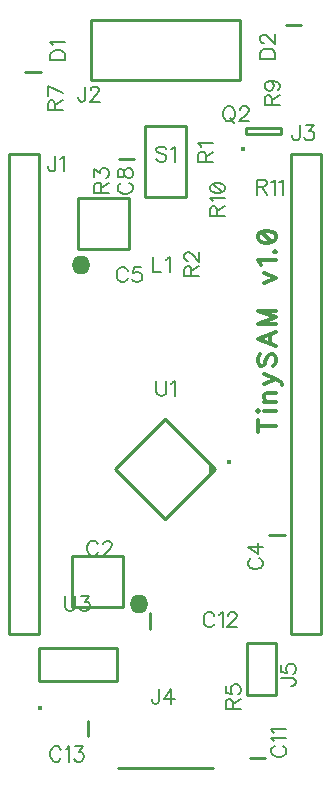
<source format=gbr>
G04 This is an RS-274x file exported by *
G04 gerbv version 2.6.1 *
G04 More information is available about gerbv at *
G04 http://gerbv.geda-project.org/ *
G04 --End of header info--*
%MOIN*%
%FSLAX34Y34*%
%IPPOS*%
%INTopSilk.gbr*%
G04 --Define apertures--*
%ADD10C,0.0098*%
%ADD11C,0.0157*%
%ADD12O,0.0625X0.0625*%
%ADD13O,0.0154X0.0154*%
%ADD14C,0.0077*%
%ADD15C,0.0131*%
G04 --Start main section--*
G54D10*
G01X0003890Y0007072D02*
G01X0002197Y0007072D01*
G01X0002197Y0007072D02*
G01X0002197Y0005380D01*
G01X0002197Y0005380D02*
G01X0003890Y0005380D01*
G01X0003890Y0005380D02*
G01X0003890Y0007072D01*
G54D12*
G01X0004419Y0005476D03*
G54D10*
G01X0008763Y0007804D02*
G01X0009274Y0007804D01*
G01X0004087Y0017323D02*
G01X0002394Y0017323D01*
G01X0002394Y0017323D02*
G01X0002394Y0019017D01*
G01X0002394Y0019017D02*
G01X0004087Y0019017D01*
G01X0004087Y0019017D02*
G01X0004087Y0017323D01*
G54D12*
G01X0002491Y0016795D03*
G54D10*
G01X0004266Y0020326D02*
G01X0003754Y0020326D01*
G01X0008626Y0000367D02*
G01X0008114Y0000367D01*
G01X0004791Y0004664D02*
G01X0004791Y0005176D01*
G01X0002736Y0001591D02*
G01X0002736Y0001080D01*
G01X0001146Y0023212D02*
G01X0000634Y0023212D01*
G01X0009314Y0024788D02*
G01X0009826Y0024788D01*
G01X0000100Y0004501D02*
G01X0001100Y0004501D01*
G01X0001100Y0004501D02*
G01X0001100Y0020499D01*
G01X0001100Y0020499D02*
G01X0000100Y0020499D01*
G01X0000100Y0020499D02*
G01X0000100Y0004501D01*
G01X0010500Y0020499D02*
G01X0009500Y0020499D01*
G01X0009500Y0020499D02*
G01X0009500Y0004501D01*
G01X0009500Y0004501D02*
G01X0010500Y0004501D01*
G01X0010500Y0004501D02*
G01X0010500Y0020499D01*
G01X0003725Y0000029D02*
G01X0006875Y0000029D01*
G01X0007790Y0022946D02*
G01X0007790Y0024954D01*
G01X0007790Y0024954D02*
G01X0002810Y0024954D01*
G01X0002810Y0024954D02*
G01X0002810Y0022946D01*
G01X0002810Y0022946D02*
G01X0007790Y0022946D01*
G01X0008975Y0002463D02*
G01X0008030Y0002463D01*
G01X0008030Y0002463D02*
G01X0008030Y0004195D01*
G01X0008030Y0004195D02*
G01X0008975Y0004195D01*
G01X0008975Y0004195D02*
G01X0008975Y0002463D01*
G54D13*
G01X0007887Y0020667D03*
G54D10*
G01X0007979Y0021168D02*
G01X0009160Y0021168D01*
G01X0009160Y0021168D02*
G01X0009160Y0021365D01*
G01X0009160Y0021365D02*
G01X0007979Y0021365D01*
G01X0007979Y0021365D02*
G01X0007979Y0021168D01*
G01X0004611Y0019050D02*
G01X0005989Y0019050D01*
G01X0005989Y0019050D02*
G01X0005989Y0021412D01*
G01X0005989Y0021412D02*
G01X0004611Y0021412D01*
G01X0004611Y0021412D02*
G01X0004611Y0019050D01*
G01X0006970Y0010000D02*
G01X0005300Y0008330D01*
G01X0005300Y0008330D02*
G01X0003630Y0010000D01*
G01X0003630Y0010000D02*
G01X0005300Y0011670D01*
G01X0005300Y0011670D02*
G01X0006970Y0010000D01*
G36*
G01X0006970Y0010000D02*
G01X0006748Y0010223D01*
G01X0006748Y0009777D01*
G01X0006970Y0010000D01*
G37*
G54D11*
G01X0007430Y0010209D03*
G54D13*
G01X0001111Y0002020D03*
G54D10*
G01X0001101Y0002913D02*
G01X0003700Y0002913D01*
G01X0001101Y0004015D02*
G01X0003700Y0004015D01*
G01X0003700Y0002913D02*
G01X0003700Y0004015D01*
G01X0001101Y0002913D02*
G01X0001101Y0004015D01*
G54D14*
G01X0003052Y0007475D02*
G01X0003028Y0007522D01*
G01X0003028Y0007522D02*
G01X0002980Y0007571D01*
G01X0002980Y0007571D02*
G01X0002933Y0007594D01*
G01X0002933Y0007594D02*
G01X0002837Y0007594D01*
G01X0002837Y0007594D02*
G01X0002789Y0007571D01*
G01X0002789Y0007571D02*
G01X0002741Y0007522D01*
G01X0002741Y0007522D02*
G01X0002717Y0007475D01*
G01X0002717Y0007475D02*
G01X0002693Y0007403D01*
G01X0002693Y0007403D02*
G01X0002693Y0007283D01*
G01X0002693Y0007283D02*
G01X0002717Y0007212D01*
G01X0002717Y0007212D02*
G01X0002741Y0007164D01*
G01X0002741Y0007164D02*
G01X0002789Y0007117D01*
G01X0002789Y0007117D02*
G01X0002837Y0007092D01*
G01X0002837Y0007092D02*
G01X0002933Y0007092D01*
G01X0002933Y0007092D02*
G01X0002980Y0007117D01*
G01X0002980Y0007117D02*
G01X0003028Y0007164D01*
G01X0003028Y0007164D02*
G01X0003052Y0007212D01*
G01X0003231Y0007474D02*
G01X0003231Y0007498D01*
G01X0003231Y0007498D02*
G01X0003254Y0007546D01*
G01X0003254Y0007546D02*
G01X0003278Y0007570D01*
G01X0003278Y0007570D02*
G01X0003326Y0007594D01*
G01X0003326Y0007594D02*
G01X0003422Y0007594D01*
G01X0003422Y0007594D02*
G01X0003469Y0007570D01*
G01X0003469Y0007570D02*
G01X0003493Y0007546D01*
G01X0003493Y0007546D02*
G01X0003517Y0007498D01*
G01X0003517Y0007498D02*
G01X0003517Y0007451D01*
G01X0003517Y0007451D02*
G01X0003493Y0007403D01*
G01X0003493Y0007403D02*
G01X0003446Y0007331D01*
G01X0003446Y0007331D02*
G01X0003206Y0007092D01*
G01X0003206Y0007092D02*
G01X0003541Y0007092D01*
G01X0008170Y0007008D02*
G01X0008123Y0006984D01*
G01X0008123Y0006984D02*
G01X0008075Y0006936D01*
G01X0008075Y0006936D02*
G01X0008051Y0006889D01*
G01X0008051Y0006889D02*
G01X0008051Y0006793D01*
G01X0008051Y0006793D02*
G01X0008075Y0006745D01*
G01X0008075Y0006745D02*
G01X0008123Y0006697D01*
G01X0008123Y0006697D02*
G01X0008170Y0006673D01*
G01X0008170Y0006673D02*
G01X0008243Y0006649D01*
G01X0008243Y0006649D02*
G01X0008362Y0006649D01*
G01X0008362Y0006649D02*
G01X0008433Y0006673D01*
G01X0008433Y0006673D02*
G01X0008482Y0006697D01*
G01X0008482Y0006697D02*
G01X0008529Y0006745D01*
G01X0008529Y0006745D02*
G01X0008554Y0006793D01*
G01X0008554Y0006793D02*
G01X0008554Y0006889D01*
G01X0008554Y0006889D02*
G01X0008529Y0006936D01*
G01X0008529Y0006936D02*
G01X0008482Y0006984D01*
G01X0008482Y0006984D02*
G01X0008433Y0007008D01*
G01X0008554Y0007402D02*
G01X0008052Y0007402D01*
G01X0008052Y0007402D02*
G01X0008386Y0007162D01*
G01X0008386Y0007162D02*
G01X0008386Y0007521D01*
G01X0004039Y0016602D02*
G01X0004015Y0016650D01*
G01X0004015Y0016650D02*
G01X0003967Y0016698D01*
G01X0003967Y0016698D02*
G01X0003920Y0016721D01*
G01X0003920Y0016721D02*
G01X0003824Y0016721D01*
G01X0003824Y0016721D02*
G01X0003776Y0016698D01*
G01X0003776Y0016698D02*
G01X0003728Y0016650D01*
G01X0003728Y0016650D02*
G01X0003704Y0016602D01*
G01X0003704Y0016602D02*
G01X0003680Y0016530D01*
G01X0003680Y0016530D02*
G01X0003680Y0016410D01*
G01X0003680Y0016410D02*
G01X0003704Y0016339D01*
G01X0003704Y0016339D02*
G01X0003728Y0016291D01*
G01X0003728Y0016291D02*
G01X0003776Y0016243D01*
G01X0003776Y0016243D02*
G01X0003824Y0016219D01*
G01X0003824Y0016219D02*
G01X0003920Y0016219D01*
G01X0003920Y0016219D02*
G01X0003967Y0016243D01*
G01X0003967Y0016243D02*
G01X0004015Y0016291D01*
G01X0004015Y0016291D02*
G01X0004039Y0016339D01*
G01X0004480Y0016721D02*
G01X0004241Y0016721D01*
G01X0004241Y0016721D02*
G01X0004218Y0016506D01*
G01X0004218Y0016506D02*
G01X0004241Y0016530D01*
G01X0004241Y0016530D02*
G01X0004313Y0016554D01*
G01X0004313Y0016554D02*
G01X0004385Y0016554D01*
G01X0004385Y0016554D02*
G01X0004457Y0016530D01*
G01X0004457Y0016530D02*
G01X0004505Y0016482D01*
G01X0004505Y0016482D02*
G01X0004528Y0016410D01*
G01X0004528Y0016410D02*
G01X0004528Y0016363D01*
G01X0004528Y0016363D02*
G01X0004505Y0016291D01*
G01X0004505Y0016291D02*
G01X0004457Y0016243D01*
G01X0004457Y0016243D02*
G01X0004385Y0016219D01*
G01X0004385Y0016219D02*
G01X0004313Y0016219D01*
G01X0004313Y0016219D02*
G01X0004241Y0016243D01*
G01X0004241Y0016243D02*
G01X0004218Y0016267D01*
G01X0004218Y0016267D02*
G01X0004193Y0016315D01*
G01X0003833Y0019528D02*
G01X0003785Y0019504D01*
G01X0003785Y0019504D02*
G01X0003737Y0019456D01*
G01X0003737Y0019456D02*
G01X0003714Y0019409D01*
G01X0003714Y0019409D02*
G01X0003714Y0019313D01*
G01X0003714Y0019313D02*
G01X0003737Y0019265D01*
G01X0003737Y0019265D02*
G01X0003785Y0019217D01*
G01X0003785Y0019217D02*
G01X0003833Y0019193D01*
G01X0003833Y0019193D02*
G01X0003905Y0019169D01*
G01X0003905Y0019169D02*
G01X0004025Y0019169D01*
G01X0004025Y0019169D02*
G01X0004096Y0019193D01*
G01X0004096Y0019193D02*
G01X0004144Y0019217D01*
G01X0004144Y0019217D02*
G01X0004192Y0019265D01*
G01X0004192Y0019265D02*
G01X0004216Y0019313D01*
G01X0004216Y0019313D02*
G01X0004216Y0019409D01*
G01X0004216Y0019409D02*
G01X0004192Y0019456D01*
G01X0004192Y0019456D02*
G01X0004144Y0019504D01*
G01X0004144Y0019504D02*
G01X0004096Y0019528D01*
G01X0003714Y0019802D02*
G01X0003738Y0019730D01*
G01X0003738Y0019730D02*
G01X0003785Y0019706D01*
G01X0003785Y0019706D02*
G01X0003834Y0019706D01*
G01X0003834Y0019706D02*
G01X0003881Y0019730D01*
G01X0003881Y0019730D02*
G01X0003906Y0019778D01*
G01X0003906Y0019778D02*
G01X0003929Y0019874D01*
G01X0003929Y0019874D02*
G01X0003953Y0019945D01*
G01X0003953Y0019945D02*
G01X0004001Y0019993D01*
G01X0004001Y0019993D02*
G01X0004049Y0020017D01*
G01X0004049Y0020017D02*
G01X0004120Y0020017D01*
G01X0004120Y0020017D02*
G01X0004168Y0019993D01*
G01X0004168Y0019993D02*
G01X0004193Y0019969D01*
G01X0004193Y0019969D02*
G01X0004216Y0019897D01*
G01X0004216Y0019897D02*
G01X0004216Y0019802D01*
G01X0004216Y0019802D02*
G01X0004193Y0019730D01*
G01X0004193Y0019730D02*
G01X0004168Y0019706D01*
G01X0004168Y0019706D02*
G01X0004120Y0019682D01*
G01X0004120Y0019682D02*
G01X0004049Y0019682D01*
G01X0004049Y0019682D02*
G01X0004001Y0019706D01*
G01X0004001Y0019706D02*
G01X0003953Y0019754D01*
G01X0003953Y0019754D02*
G01X0003929Y0019826D01*
G01X0003929Y0019826D02*
G01X0003906Y0019921D01*
G01X0003906Y0019921D02*
G01X0003881Y0019969D01*
G01X0003881Y0019969D02*
G01X0003834Y0019993D01*
G01X0003834Y0019993D02*
G01X0003785Y0019993D01*
G01X0003785Y0019993D02*
G01X0003738Y0019969D01*
G01X0003738Y0019969D02*
G01X0003714Y0019897D01*
G01X0003714Y0019897D02*
G01X0003714Y0019802D01*
G01X0008952Y0000760D02*
G01X0008904Y0000737D01*
G01X0008904Y0000737D02*
G01X0008856Y0000688D01*
G01X0008856Y0000688D02*
G01X0008833Y0000641D01*
G01X0008833Y0000641D02*
G01X0008833Y0000545D01*
G01X0008833Y0000545D02*
G01X0008856Y0000497D01*
G01X0008856Y0000497D02*
G01X0008904Y0000450D01*
G01X0008904Y0000450D02*
G01X0008952Y0000425D01*
G01X0008952Y0000425D02*
G01X0009024Y0000402D01*
G01X0009024Y0000402D02*
G01X0009144Y0000402D01*
G01X0009144Y0000402D02*
G01X0009215Y0000425D01*
G01X0009215Y0000425D02*
G01X0009263Y0000450D01*
G01X0009263Y0000450D02*
G01X0009311Y0000497D01*
G01X0009311Y0000497D02*
G01X0009335Y0000545D01*
G01X0009335Y0000545D02*
G01X0009335Y0000641D01*
G01X0009335Y0000641D02*
G01X0009311Y0000688D01*
G01X0009311Y0000688D02*
G01X0009263Y0000737D01*
G01X0009263Y0000737D02*
G01X0009215Y0000760D01*
G01X0008929Y0000915D02*
G01X0008904Y0000963D01*
G01X0008904Y0000963D02*
G01X0008833Y0001035D01*
G01X0008833Y0001035D02*
G01X0009335Y0001035D01*
G01X0008929Y0001189D02*
G01X0008904Y0001237D01*
G01X0008904Y0001237D02*
G01X0008833Y0001309D01*
G01X0008833Y0001309D02*
G01X0009335Y0001309D01*
G01X0006932Y0005098D02*
G01X0006908Y0005146D01*
G01X0006908Y0005146D02*
G01X0006860Y0005194D01*
G01X0006860Y0005194D02*
G01X0006813Y0005218D01*
G01X0006813Y0005218D02*
G01X0006717Y0005218D01*
G01X0006717Y0005218D02*
G01X0006669Y0005194D01*
G01X0006669Y0005194D02*
G01X0006622Y0005146D01*
G01X0006622Y0005146D02*
G01X0006597Y0005098D01*
G01X0006597Y0005098D02*
G01X0006573Y0005026D01*
G01X0006573Y0005026D02*
G01X0006573Y0004907D01*
G01X0006573Y0004907D02*
G01X0006597Y0004835D01*
G01X0006597Y0004835D02*
G01X0006622Y0004787D01*
G01X0006622Y0004787D02*
G01X0006669Y0004740D01*
G01X0006669Y0004740D02*
G01X0006717Y0004715D01*
G01X0006717Y0004715D02*
G01X0006813Y0004715D01*
G01X0006813Y0004715D02*
G01X0006860Y0004740D01*
G01X0006860Y0004740D02*
G01X0006908Y0004787D01*
G01X0006908Y0004787D02*
G01X0006932Y0004835D01*
G01X0007087Y0005122D02*
G01X0007135Y0005146D01*
G01X0007135Y0005146D02*
G01X0007206Y0005217D01*
G01X0007206Y0005217D02*
G01X0007206Y0004715D01*
G01X0007385Y0005098D02*
G01X0007385Y0005122D01*
G01X0007385Y0005122D02*
G01X0007409Y0005170D01*
G01X0007409Y0005170D02*
G01X0007433Y0005193D01*
G01X0007433Y0005193D02*
G01X0007481Y0005217D01*
G01X0007481Y0005217D02*
G01X0007576Y0005217D01*
G01X0007576Y0005217D02*
G01X0007624Y0005193D01*
G01X0007624Y0005193D02*
G01X0007648Y0005170D01*
G01X0007648Y0005170D02*
G01X0007672Y0005122D01*
G01X0007672Y0005122D02*
G01X0007672Y0005074D01*
G01X0007672Y0005074D02*
G01X0007648Y0005026D01*
G01X0007648Y0005026D02*
G01X0007600Y0004955D01*
G01X0007600Y0004955D02*
G01X0007361Y0004715D01*
G01X0007361Y0004715D02*
G01X0007696Y0004715D01*
G01X0001825Y0000619D02*
G01X0001801Y0000667D01*
G01X0001801Y0000667D02*
G01X0001753Y0000715D01*
G01X0001753Y0000715D02*
G01X0001706Y0000738D01*
G01X0001706Y0000738D02*
G01X0001610Y0000738D01*
G01X0001610Y0000738D02*
G01X0001562Y0000715D01*
G01X0001562Y0000715D02*
G01X0001514Y0000667D01*
G01X0001514Y0000667D02*
G01X0001490Y0000619D01*
G01X0001490Y0000619D02*
G01X0001466Y0000547D01*
G01X0001466Y0000547D02*
G01X0001466Y0000427D01*
G01X0001466Y0000427D02*
G01X0001490Y0000356D01*
G01X0001490Y0000356D02*
G01X0001514Y0000308D01*
G01X0001514Y0000308D02*
G01X0001562Y0000260D01*
G01X0001562Y0000260D02*
G01X0001610Y0000236D01*
G01X0001610Y0000236D02*
G01X0001706Y0000236D01*
G01X0001706Y0000236D02*
G01X0001753Y0000260D01*
G01X0001753Y0000260D02*
G01X0001801Y0000308D01*
G01X0001801Y0000308D02*
G01X0001825Y0000356D01*
G01X0001979Y0000642D02*
G01X0002028Y0000667D01*
G01X0002028Y0000667D02*
G01X0002099Y0000738D01*
G01X0002099Y0000738D02*
G01X0002099Y0000236D01*
G01X0002302Y0000738D02*
G01X0002564Y0000738D01*
G01X0002564Y0000738D02*
G01X0002421Y0000546D01*
G01X0002421Y0000546D02*
G01X0002493Y0000546D01*
G01X0002493Y0000546D02*
G01X0002541Y0000523D01*
G01X0002541Y0000523D02*
G01X0002564Y0000499D01*
G01X0002564Y0000499D02*
G01X0002589Y0000427D01*
G01X0002589Y0000427D02*
G01X0002589Y0000380D01*
G01X0002589Y0000380D02*
G01X0002564Y0000308D01*
G01X0002564Y0000308D02*
G01X0002517Y0000260D01*
G01X0002517Y0000260D02*
G01X0002445Y0000236D01*
G01X0002445Y0000236D02*
G01X0002373Y0000236D01*
G01X0002373Y0000236D02*
G01X0002302Y0000260D01*
G01X0002302Y0000260D02*
G01X0002278Y0000284D01*
G01X0002278Y0000284D02*
G01X0002254Y0000331D01*
G01X0001463Y0023617D02*
G01X0001965Y0023617D01*
G01X0001965Y0023617D02*
G01X0001965Y0023784D01*
G01X0001965Y0023784D02*
G01X0001941Y0023856D01*
G01X0001941Y0023856D02*
G01X0001893Y0023904D01*
G01X0001893Y0023904D02*
G01X0001845Y0023928D01*
G01X0001845Y0023928D02*
G01X0001774Y0023952D01*
G01X0001774Y0023952D02*
G01X0001654Y0023952D01*
G01X0001654Y0023952D02*
G01X0001582Y0023928D01*
G01X0001582Y0023928D02*
G01X0001534Y0023904D01*
G01X0001534Y0023904D02*
G01X0001486Y0023856D01*
G01X0001486Y0023856D02*
G01X0001463Y0023784D01*
G01X0001463Y0023784D02*
G01X0001463Y0023617D01*
G01X0001559Y0024106D02*
G01X0001534Y0024154D01*
G01X0001534Y0024154D02*
G01X0001463Y0024226D01*
G01X0001463Y0024226D02*
G01X0001965Y0024226D01*
G01X0008457Y0023667D02*
G01X0008960Y0023667D01*
G01X0008960Y0023667D02*
G01X0008960Y0023834D01*
G01X0008960Y0023834D02*
G01X0008935Y0023906D01*
G01X0008935Y0023906D02*
G01X0008888Y0023954D01*
G01X0008888Y0023954D02*
G01X0008840Y0023978D01*
G01X0008840Y0023978D02*
G01X0008769Y0024002D01*
G01X0008769Y0024002D02*
G01X0008649Y0024002D01*
G01X0008649Y0024002D02*
G01X0008577Y0023978D01*
G01X0008577Y0023978D02*
G01X0008530Y0023954D01*
G01X0008530Y0023954D02*
G01X0008481Y0023906D01*
G01X0008481Y0023906D02*
G01X0008457Y0023834D01*
G01X0008457Y0023834D02*
G01X0008457Y0023667D01*
G01X0008578Y0024180D02*
G01X0008554Y0024180D01*
G01X0008554Y0024180D02*
G01X0008506Y0024204D01*
G01X0008506Y0024204D02*
G01X0008482Y0024228D01*
G01X0008482Y0024228D02*
G01X0008458Y0024276D01*
G01X0008458Y0024276D02*
G01X0008458Y0024372D01*
G01X0008458Y0024372D02*
G01X0008482Y0024419D01*
G01X0008482Y0024419D02*
G01X0008506Y0024443D01*
G01X0008506Y0024443D02*
G01X0008554Y0024467D01*
G01X0008554Y0024467D02*
G01X0008601Y0024467D01*
G01X0008601Y0024467D02*
G01X0008649Y0024443D01*
G01X0008649Y0024443D02*
G01X0008720Y0024395D01*
G01X0008720Y0024395D02*
G01X0008960Y0024156D01*
G01X0008960Y0024156D02*
G01X0008960Y0024491D01*
G01X0001638Y0020410D02*
G01X0001638Y0020028D01*
G01X0001638Y0020028D02*
G01X0001614Y0019956D01*
G01X0001614Y0019956D02*
G01X0001590Y0019932D01*
G01X0001590Y0019932D02*
G01X0001542Y0019908D01*
G01X0001542Y0019908D02*
G01X0001494Y0019908D01*
G01X0001494Y0019908D02*
G01X0001447Y0019932D01*
G01X0001447Y0019932D02*
G01X0001423Y0019956D01*
G01X0001423Y0019956D02*
G01X0001398Y0020028D01*
G01X0001398Y0020028D02*
G01X0001398Y0020075D01*
G01X0001792Y0020314D02*
G01X0001841Y0020338D01*
G01X0001841Y0020338D02*
G01X0001912Y0020409D01*
G01X0001912Y0020409D02*
G01X0001912Y0019908D01*
G01X0009777Y0021448D02*
G01X0009777Y0021065D01*
G01X0009777Y0021065D02*
G01X0009753Y0020994D01*
G01X0009753Y0020994D02*
G01X0009729Y0020970D01*
G01X0009729Y0020970D02*
G01X0009681Y0020946D01*
G01X0009681Y0020946D02*
G01X0009633Y0020946D01*
G01X0009633Y0020946D02*
G01X0009585Y0020970D01*
G01X0009585Y0020970D02*
G01X0009562Y0020994D01*
G01X0009562Y0020994D02*
G01X0009537Y0021065D01*
G01X0009537Y0021065D02*
G01X0009537Y0021113D01*
G01X0009979Y0021447D02*
G01X0010242Y0021447D01*
G01X0010242Y0021447D02*
G01X0010099Y0021256D01*
G01X0010099Y0021256D02*
G01X0010170Y0021256D01*
G01X0010170Y0021256D02*
G01X0010218Y0021232D01*
G01X0010218Y0021232D02*
G01X0010242Y0021209D01*
G01X0010242Y0021209D02*
G01X0010266Y0021137D01*
G01X0010266Y0021137D02*
G01X0010266Y0021089D01*
G01X0010266Y0021089D02*
G01X0010242Y0021017D01*
G01X0010242Y0021017D02*
G01X0010194Y0020969D01*
G01X0010194Y0020969D02*
G01X0010122Y0020946D01*
G01X0010122Y0020946D02*
G01X0010050Y0020946D01*
G01X0010050Y0020946D02*
G01X0009979Y0020969D01*
G01X0009979Y0020969D02*
G01X0009956Y0020994D01*
G01X0009956Y0020994D02*
G01X0009931Y0021041D01*
G01X0005093Y0002651D02*
G01X0005093Y0002269D01*
G01X0005093Y0002269D02*
G01X0005069Y0002197D01*
G01X0005069Y0002197D02*
G01X0005045Y0002173D01*
G01X0005045Y0002173D02*
G01X0004998Y0002149D01*
G01X0004998Y0002149D02*
G01X0004950Y0002149D01*
G01X0004950Y0002149D02*
G01X0004902Y0002173D01*
G01X0004902Y0002173D02*
G01X0004878Y0002197D01*
G01X0004878Y0002197D02*
G01X0004854Y0002269D01*
G01X0004854Y0002269D02*
G01X0004854Y0002316D01*
G01X0005487Y0002149D02*
G01X0005487Y0002650D01*
G01X0005487Y0002650D02*
G01X0005248Y0002316D01*
G01X0005248Y0002316D02*
G01X0005606Y0002316D01*
G01X0002630Y0022736D02*
G01X0002630Y0022354D01*
G01X0002630Y0022354D02*
G01X0002606Y0022282D01*
G01X0002606Y0022282D02*
G01X0002582Y0022258D01*
G01X0002582Y0022258D02*
G01X0002534Y0022234D01*
G01X0002534Y0022234D02*
G01X0002486Y0022234D01*
G01X0002486Y0022234D02*
G01X0002439Y0022258D01*
G01X0002439Y0022258D02*
G01X0002415Y0022282D01*
G01X0002415Y0022282D02*
G01X0002391Y0022354D01*
G01X0002391Y0022354D02*
G01X0002391Y0022401D01*
G01X0002809Y0022616D02*
G01X0002809Y0022640D01*
G01X0002809Y0022640D02*
G01X0002832Y0022688D01*
G01X0002832Y0022688D02*
G01X0002856Y0022712D01*
G01X0002856Y0022712D02*
G01X0002904Y0022735D01*
G01X0002904Y0022735D02*
G01X0003000Y0022735D01*
G01X0003000Y0022735D02*
G01X0003047Y0022712D01*
G01X0003047Y0022712D02*
G01X0003071Y0022688D01*
G01X0003071Y0022688D02*
G01X0003096Y0022640D01*
G01X0003096Y0022640D02*
G01X0003096Y0022593D01*
G01X0003096Y0022593D02*
G01X0003071Y0022544D01*
G01X0003071Y0022544D02*
G01X0003024Y0022473D01*
G01X0003024Y0022473D02*
G01X0002784Y0022234D01*
G01X0002784Y0022234D02*
G01X0003119Y0022234D01*
G01X0004882Y0017047D02*
G01X0004882Y0016545D01*
G01X0004882Y0016545D02*
G01X0005169Y0016545D01*
G01X0005323Y0016951D02*
G01X0005371Y0016976D01*
G01X0005371Y0016976D02*
G01X0005443Y0017047D01*
G01X0005443Y0017047D02*
G01X0005443Y0016545D01*
G01X0009156Y0003009D02*
G01X0009538Y0003009D01*
G01X0009538Y0003009D02*
G01X0009610Y0002985D01*
G01X0009610Y0002985D02*
G01X0009633Y0002961D01*
G01X0009633Y0002961D02*
G01X0009658Y0002913D01*
G01X0009658Y0002913D02*
G01X0009658Y0002865D01*
G01X0009658Y0002865D02*
G01X0009633Y0002818D01*
G01X0009633Y0002818D02*
G01X0009610Y0002794D01*
G01X0009610Y0002794D02*
G01X0009538Y0002770D01*
G01X0009538Y0002770D02*
G01X0009490Y0002770D01*
G01X0009156Y0003450D02*
G01X0009156Y0003211D01*
G01X0009156Y0003211D02*
G01X0009371Y0003188D01*
G01X0009371Y0003188D02*
G01X0009347Y0003211D01*
G01X0009347Y0003211D02*
G01X0009323Y0003283D01*
G01X0009323Y0003283D02*
G01X0009323Y0003355D01*
G01X0009323Y0003355D02*
G01X0009347Y0003427D01*
G01X0009347Y0003427D02*
G01X0009394Y0003475D01*
G01X0009394Y0003475D02*
G01X0009467Y0003498D01*
G01X0009467Y0003498D02*
G01X0009514Y0003498D01*
G01X0009514Y0003498D02*
G01X0009586Y0003475D01*
G01X0009586Y0003475D02*
G01X0009634Y0003427D01*
G01X0009634Y0003427D02*
G01X0009658Y0003355D01*
G01X0009658Y0003355D02*
G01X0009658Y0003283D01*
G01X0009658Y0003283D02*
G01X0009634Y0003211D01*
G01X0009634Y0003211D02*
G01X0009610Y0003188D01*
G01X0009610Y0003188D02*
G01X0009562Y0003163D01*
G01X0007372Y0022079D02*
G01X0007325Y0022056D01*
G01X0007325Y0022056D02*
G01X0007276Y0022008D01*
G01X0007276Y0022008D02*
G01X0007253Y0021960D01*
G01X0007253Y0021960D02*
G01X0007228Y0021888D01*
G01X0007228Y0021888D02*
G01X0007228Y0021769D01*
G01X0007228Y0021769D02*
G01X0007253Y0021697D01*
G01X0007253Y0021697D02*
G01X0007276Y0021649D01*
G01X0007276Y0021649D02*
G01X0007325Y0021601D01*
G01X0007325Y0021601D02*
G01X0007372Y0021578D01*
G01X0007372Y0021578D02*
G01X0007468Y0021578D01*
G01X0007468Y0021578D02*
G01X0007516Y0021601D01*
G01X0007516Y0021601D02*
G01X0007563Y0021649D01*
G01X0007563Y0021649D02*
G01X0007587Y0021697D01*
G01X0007587Y0021697D02*
G01X0007611Y0021769D01*
G01X0007611Y0021769D02*
G01X0007611Y0021888D01*
G01X0007611Y0021888D02*
G01X0007587Y0021960D01*
G01X0007587Y0021960D02*
G01X0007563Y0022008D01*
G01X0007563Y0022008D02*
G01X0007516Y0022056D01*
G01X0007516Y0022056D02*
G01X0007468Y0022079D01*
G01X0007468Y0022079D02*
G01X0007372Y0022079D01*
G01X0007444Y0021673D02*
G01X0007587Y0021529D01*
G01X0007790Y0021959D02*
G01X0007790Y0021983D01*
G01X0007790Y0021983D02*
G01X0007814Y0022031D01*
G01X0007814Y0022031D02*
G01X0007838Y0022055D01*
G01X0007838Y0022055D02*
G01X0007886Y0022079D01*
G01X0007886Y0022079D02*
G01X0007981Y0022079D01*
G01X0007981Y0022079D02*
G01X0008029Y0022055D01*
G01X0008029Y0022055D02*
G01X0008053Y0022031D01*
G01X0008053Y0022031D02*
G01X0008077Y0021983D01*
G01X0008077Y0021983D02*
G01X0008077Y0021935D01*
G01X0008077Y0021935D02*
G01X0008053Y0021887D01*
G01X0008053Y0021887D02*
G01X0008005Y0021816D01*
G01X0008005Y0021816D02*
G01X0007766Y0021577D01*
G01X0007766Y0021577D02*
G01X0008101Y0021577D01*
G01X0006169Y0016410D02*
G01X0006169Y0016625D01*
G01X0006169Y0016625D02*
G01X0006145Y0016697D01*
G01X0006145Y0016697D02*
G01X0006121Y0016721D01*
G01X0006121Y0016721D02*
G01X0006074Y0016745D01*
G01X0006074Y0016745D02*
G01X0006026Y0016745D01*
G01X0006026Y0016745D02*
G01X0005978Y0016721D01*
G01X0005978Y0016721D02*
G01X0005954Y0016697D01*
G01X0005954Y0016697D02*
G01X0005930Y0016625D01*
G01X0005930Y0016625D02*
G01X0005930Y0016410D01*
G01X0005930Y0016410D02*
G01X0006432Y0016410D01*
G01X0006169Y0016578D02*
G01X0006432Y0016745D01*
G01X0006050Y0016924D02*
G01X0006026Y0016924D01*
G01X0006026Y0016924D02*
G01X0005978Y0016948D01*
G01X0005978Y0016948D02*
G01X0005954Y0016971D01*
G01X0005954Y0016971D02*
G01X0005931Y0017019D01*
G01X0005931Y0017019D02*
G01X0005931Y0017115D01*
G01X0005931Y0017115D02*
G01X0005954Y0017163D01*
G01X0005954Y0017163D02*
G01X0005978Y0017186D01*
G01X0005978Y0017186D02*
G01X0006026Y0017211D01*
G01X0006026Y0017211D02*
G01X0006074Y0017211D01*
G01X0006074Y0017211D02*
G01X0006122Y0017186D01*
G01X0006122Y0017186D02*
G01X0006193Y0017139D01*
G01X0006193Y0017139D02*
G01X0006432Y0016900D01*
G01X0006432Y0016900D02*
G01X0006432Y0017235D01*
G01X0003165Y0019199D02*
G01X0003165Y0019414D01*
G01X0003165Y0019414D02*
G01X0003141Y0019485D01*
G01X0003141Y0019485D02*
G01X0003117Y0019510D01*
G01X0003117Y0019510D02*
G01X0003069Y0019533D01*
G01X0003069Y0019533D02*
G01X0003021Y0019533D01*
G01X0003021Y0019533D02*
G01X0002974Y0019510D01*
G01X0002974Y0019510D02*
G01X0002949Y0019485D01*
G01X0002949Y0019485D02*
G01X0002926Y0019414D01*
G01X0002926Y0019414D02*
G01X0002926Y0019199D01*
G01X0002926Y0019199D02*
G01X0003428Y0019199D01*
G01X0003165Y0019366D02*
G01X0003428Y0019533D01*
G01X0002926Y0019736D02*
G01X0002926Y0019998D01*
G01X0002926Y0019998D02*
G01X0003117Y0019856D01*
G01X0003117Y0019856D02*
G01X0003117Y0019927D01*
G01X0003117Y0019927D02*
G01X0003141Y0019975D01*
G01X0003141Y0019975D02*
G01X0003165Y0019998D01*
G01X0003165Y0019998D02*
G01X0003237Y0020023D01*
G01X0003237Y0020023D02*
G01X0003284Y0020023D01*
G01X0003284Y0020023D02*
G01X0003356Y0019998D01*
G01X0003356Y0019998D02*
G01X0003404Y0019951D01*
G01X0003404Y0019951D02*
G01X0003428Y0019879D01*
G01X0003428Y0019879D02*
G01X0003428Y0019807D01*
G01X0003428Y0019807D02*
G01X0003404Y0019736D01*
G01X0003404Y0019736D02*
G01X0003380Y0019712D01*
G01X0003380Y0019712D02*
G01X0003332Y0019688D01*
G01X0007552Y0001984D02*
G01X0007552Y0002199D01*
G01X0007552Y0002199D02*
G01X0007528Y0002271D01*
G01X0007528Y0002271D02*
G01X0007504Y0002295D01*
G01X0007504Y0002295D02*
G01X0007456Y0002319D01*
G01X0007456Y0002319D02*
G01X0007408Y0002319D01*
G01X0007408Y0002319D02*
G01X0007361Y0002295D01*
G01X0007361Y0002295D02*
G01X0007336Y0002271D01*
G01X0007336Y0002271D02*
G01X0007313Y0002199D01*
G01X0007313Y0002199D02*
G01X0007313Y0001984D01*
G01X0007313Y0001984D02*
G01X0007815Y0001984D01*
G01X0007552Y0002151D02*
G01X0007815Y0002319D01*
G01X0007313Y0002760D02*
G01X0007313Y0002521D01*
G01X0007313Y0002521D02*
G01X0007528Y0002498D01*
G01X0007528Y0002498D02*
G01X0007504Y0002521D01*
G01X0007504Y0002521D02*
G01X0007480Y0002593D01*
G01X0007480Y0002593D02*
G01X0007480Y0002665D01*
G01X0007480Y0002665D02*
G01X0007504Y0002736D01*
G01X0007504Y0002736D02*
G01X0007552Y0002784D01*
G01X0007552Y0002784D02*
G01X0007624Y0002808D01*
G01X0007624Y0002808D02*
G01X0007671Y0002808D01*
G01X0007671Y0002808D02*
G01X0007743Y0002784D01*
G01X0007743Y0002784D02*
G01X0007791Y0002736D01*
G01X0007791Y0002736D02*
G01X0007815Y0002665D01*
G01X0007815Y0002665D02*
G01X0007815Y0002593D01*
G01X0007815Y0002593D02*
G01X0007791Y0002521D01*
G01X0007791Y0002521D02*
G01X0007767Y0002498D01*
G01X0007767Y0002498D02*
G01X0007719Y0002473D01*
G01X0001628Y0021941D02*
G01X0001628Y0022156D01*
G01X0001628Y0022156D02*
G01X0001604Y0022228D01*
G01X0001604Y0022228D02*
G01X0001580Y0022252D01*
G01X0001580Y0022252D02*
G01X0001532Y0022276D01*
G01X0001532Y0022276D02*
G01X0001484Y0022276D01*
G01X0001484Y0022276D02*
G01X0001437Y0022252D01*
G01X0001437Y0022252D02*
G01X0001412Y0022228D01*
G01X0001412Y0022228D02*
G01X0001389Y0022156D01*
G01X0001389Y0022156D02*
G01X0001389Y0021941D01*
G01X0001389Y0021941D02*
G01X0001891Y0021941D01*
G01X0001628Y0022108D02*
G01X0001891Y0022276D01*
G01X0001891Y0022526D02*
G01X0001389Y0022765D01*
G01X0001389Y0022765D02*
G01X0001389Y0022430D01*
G01X0008852Y0022114D02*
G01X0008852Y0022329D01*
G01X0008852Y0022329D02*
G01X0008828Y0022401D01*
G01X0008828Y0022401D02*
G01X0008804Y0022425D01*
G01X0008804Y0022425D02*
G01X0008756Y0022449D01*
G01X0008756Y0022449D02*
G01X0008708Y0022449D01*
G01X0008708Y0022449D02*
G01X0008661Y0022425D01*
G01X0008661Y0022425D02*
G01X0008636Y0022401D01*
G01X0008636Y0022401D02*
G01X0008613Y0022329D01*
G01X0008613Y0022329D02*
G01X0008613Y0022114D01*
G01X0008613Y0022114D02*
G01X0009115Y0022114D01*
G01X0008852Y0022281D02*
G01X0009115Y0022449D01*
G01X0008780Y0022914D02*
G01X0008852Y0022890D01*
G01X0008852Y0022890D02*
G01X0008900Y0022843D01*
G01X0008900Y0022843D02*
G01X0008924Y0022770D01*
G01X0008924Y0022770D02*
G01X0008924Y0022747D01*
G01X0008924Y0022747D02*
G01X0008900Y0022675D01*
G01X0008900Y0022675D02*
G01X0008852Y0022628D01*
G01X0008852Y0022628D02*
G01X0008780Y0022603D01*
G01X0008780Y0022603D02*
G01X0008756Y0022603D01*
G01X0008756Y0022603D02*
G01X0008684Y0022628D01*
G01X0008684Y0022628D02*
G01X0008637Y0022675D01*
G01X0008637Y0022675D02*
G01X0008613Y0022747D01*
G01X0008613Y0022747D02*
G01X0008613Y0022770D01*
G01X0008613Y0022770D02*
G01X0008637Y0022843D01*
G01X0008637Y0022843D02*
G01X0008684Y0022890D01*
G01X0008684Y0022890D02*
G01X0008780Y0022914D01*
G01X0008780Y0022914D02*
G01X0008900Y0022914D01*
G01X0008900Y0022914D02*
G01X0009019Y0022890D01*
G01X0009019Y0022890D02*
G01X0009091Y0022843D01*
G01X0009091Y0022843D02*
G01X0009115Y0022770D01*
G01X0009115Y0022770D02*
G01X0009115Y0022723D01*
G01X0009115Y0022723D02*
G01X0009091Y0022651D01*
G01X0009091Y0022651D02*
G01X0009043Y0022628D01*
G01X0007024Y0018421D02*
G01X0007024Y0018636D01*
G01X0007024Y0018636D02*
G01X0007000Y0018708D01*
G01X0007000Y0018708D02*
G01X0006976Y0018732D01*
G01X0006976Y0018732D02*
G01X0006928Y0018756D01*
G01X0006928Y0018756D02*
G01X0006880Y0018756D01*
G01X0006880Y0018756D02*
G01X0006833Y0018732D01*
G01X0006833Y0018732D02*
G01X0006808Y0018708D01*
G01X0006808Y0018708D02*
G01X0006785Y0018636D01*
G01X0006785Y0018636D02*
G01X0006785Y0018421D01*
G01X0006785Y0018421D02*
G01X0007287Y0018421D01*
G01X0007024Y0018589D02*
G01X0007287Y0018756D01*
G01X0006881Y0018911D02*
G01X0006856Y0018959D01*
G01X0006856Y0018959D02*
G01X0006785Y0019030D01*
G01X0006785Y0019030D02*
G01X0007287Y0019030D01*
G01X0006785Y0019328D02*
G01X0006809Y0019257D01*
G01X0006809Y0019257D02*
G01X0006881Y0019209D01*
G01X0006881Y0019209D02*
G01X0007000Y0019185D01*
G01X0007000Y0019185D02*
G01X0007072Y0019185D01*
G01X0007072Y0019185D02*
G01X0007191Y0019209D01*
G01X0007191Y0019209D02*
G01X0007263Y0019257D01*
G01X0007263Y0019257D02*
G01X0007287Y0019328D01*
G01X0007287Y0019328D02*
G01X0007287Y0019376D01*
G01X0007287Y0019376D02*
G01X0007263Y0019448D01*
G01X0007263Y0019448D02*
G01X0007191Y0019495D01*
G01X0007191Y0019495D02*
G01X0007072Y0019520D01*
G01X0007072Y0019520D02*
G01X0007000Y0019520D01*
G01X0007000Y0019520D02*
G01X0006881Y0019495D01*
G01X0006881Y0019495D02*
G01X0006809Y0019448D01*
G01X0006809Y0019448D02*
G01X0006785Y0019376D01*
G01X0006785Y0019376D02*
G01X0006785Y0019328D01*
G01X0006881Y0019495D02*
G01X0007191Y0019209D01*
G01X0008339Y0019396D02*
G01X0008554Y0019396D01*
G01X0008554Y0019396D02*
G01X0008626Y0019420D01*
G01X0008626Y0019420D02*
G01X0008651Y0019444D01*
G01X0008651Y0019444D02*
G01X0008674Y0019492D01*
G01X0008674Y0019492D02*
G01X0008674Y0019540D01*
G01X0008674Y0019540D02*
G01X0008651Y0019587D01*
G01X0008651Y0019587D02*
G01X0008626Y0019612D01*
G01X0008626Y0019612D02*
G01X0008554Y0019635D01*
G01X0008554Y0019635D02*
G01X0008339Y0019635D01*
G01X0008339Y0019635D02*
G01X0008339Y0019133D01*
G01X0008507Y0019396D02*
G01X0008674Y0019133D01*
G01X0008829Y0019539D02*
G01X0008877Y0019564D01*
G01X0008877Y0019564D02*
G01X0008949Y0019635D01*
G01X0008949Y0019635D02*
G01X0008949Y0019133D01*
G01X0009103Y0019539D02*
G01X0009151Y0019564D01*
G01X0009151Y0019564D02*
G01X0009223Y0019635D01*
G01X0009223Y0019635D02*
G01X0009223Y0019133D01*
G01X0006639Y0020230D02*
G01X0006639Y0020445D01*
G01X0006639Y0020445D02*
G01X0006615Y0020517D01*
G01X0006615Y0020517D02*
G01X0006591Y0020541D01*
G01X0006591Y0020541D02*
G01X0006544Y0020565D01*
G01X0006544Y0020565D02*
G01X0006496Y0020565D01*
G01X0006496Y0020565D02*
G01X0006448Y0020541D01*
G01X0006448Y0020541D02*
G01X0006424Y0020517D01*
G01X0006424Y0020517D02*
G01X0006400Y0020445D01*
G01X0006400Y0020445D02*
G01X0006400Y0020230D01*
G01X0006400Y0020230D02*
G01X0006902Y0020230D01*
G01X0006639Y0020398D02*
G01X0006902Y0020565D01*
G01X0006496Y0020720D02*
G01X0006472Y0020768D01*
G01X0006472Y0020768D02*
G01X0006400Y0020839D01*
G01X0006400Y0020839D02*
G01X0006902Y0020839D01*
G01X0005330Y0020665D02*
G01X0005283Y0020714D01*
G01X0005283Y0020714D02*
G01X0005211Y0020737D01*
G01X0005211Y0020737D02*
G01X0005115Y0020737D01*
G01X0005115Y0020737D02*
G01X0005043Y0020714D01*
G01X0005043Y0020714D02*
G01X0004995Y0020665D01*
G01X0004995Y0020665D02*
G01X0004995Y0020618D01*
G01X0004995Y0020618D02*
G01X0005020Y0020570D01*
G01X0005020Y0020570D02*
G01X0005043Y0020546D01*
G01X0005043Y0020546D02*
G01X0005091Y0020522D01*
G01X0005091Y0020522D02*
G01X0005235Y0020474D01*
G01X0005235Y0020474D02*
G01X0005283Y0020450D01*
G01X0005283Y0020450D02*
G01X0005307Y0020426D01*
G01X0005307Y0020426D02*
G01X0005330Y0020379D01*
G01X0005330Y0020379D02*
G01X0005330Y0020307D01*
G01X0005330Y0020307D02*
G01X0005283Y0020259D01*
G01X0005283Y0020259D02*
G01X0005211Y0020235D01*
G01X0005211Y0020235D02*
G01X0005115Y0020235D01*
G01X0005115Y0020235D02*
G01X0005043Y0020259D01*
G01X0005043Y0020259D02*
G01X0004995Y0020307D01*
G01X0005485Y0020641D02*
G01X0005533Y0020665D01*
G01X0005533Y0020665D02*
G01X0005605Y0020737D01*
G01X0005605Y0020737D02*
G01X0005605Y0020235D01*
G01X0005000Y0012931D02*
G01X0005000Y0012573D01*
G01X0005000Y0012573D02*
G01X0005024Y0012501D01*
G01X0005024Y0012501D02*
G01X0005072Y0012454D01*
G01X0005072Y0012454D02*
G01X0005144Y0012429D01*
G01X0005144Y0012429D02*
G01X0005191Y0012429D01*
G01X0005191Y0012429D02*
G01X0005263Y0012454D01*
G01X0005263Y0012454D02*
G01X0005311Y0012501D01*
G01X0005311Y0012501D02*
G01X0005335Y0012573D01*
G01X0005335Y0012573D02*
G01X0005335Y0012931D01*
G01X0005489Y0012835D02*
G01X0005537Y0012860D01*
G01X0005537Y0012860D02*
G01X0005609Y0012931D01*
G01X0005609Y0012931D02*
G01X0005609Y0012429D01*
G01X0001955Y0005761D02*
G01X0001955Y0005403D01*
G01X0001955Y0005403D02*
G01X0001979Y0005331D01*
G01X0001979Y0005331D02*
G01X0002027Y0005283D01*
G01X0002027Y0005283D02*
G01X0002098Y0005259D01*
G01X0002098Y0005259D02*
G01X0002146Y0005259D01*
G01X0002146Y0005259D02*
G01X0002218Y0005283D01*
G01X0002218Y0005283D02*
G01X0002266Y0005331D01*
G01X0002266Y0005331D02*
G01X0002290Y0005403D01*
G01X0002290Y0005403D02*
G01X0002290Y0005761D01*
G01X0002492Y0005761D02*
G01X0002755Y0005761D01*
G01X0002755Y0005761D02*
G01X0002612Y0005570D01*
G01X0002612Y0005570D02*
G01X0002683Y0005570D01*
G01X0002683Y0005570D02*
G01X0002731Y0005546D01*
G01X0002731Y0005546D02*
G01X0002755Y0005522D01*
G01X0002755Y0005522D02*
G01X0002779Y0005450D01*
G01X0002779Y0005450D02*
G01X0002779Y0005403D01*
G01X0002779Y0005403D02*
G01X0002755Y0005331D01*
G01X0002755Y0005331D02*
G01X0002707Y0005283D01*
G01X0002707Y0005283D02*
G01X0002635Y0005259D01*
G01X0002635Y0005259D02*
G01X0002564Y0005259D01*
G01X0002564Y0005259D02*
G01X0002492Y0005283D01*
G01X0002492Y0005283D02*
G01X0002469Y0005307D01*
G01X0002469Y0005307D02*
G01X0002444Y0005355D01*
G54D15*
G01X0008377Y0011426D02*
G01X0008980Y0011426D01*
G01X0008377Y0011225D02*
G01X0008377Y0011626D01*
G01X0008377Y0011889D02*
G01X0008406Y0011918D01*
G01X0008406Y0011918D02*
G01X0008377Y0011947D01*
G01X0008377Y0011947D02*
G01X0008348Y0011918D01*
G01X0008348Y0011918D02*
G01X0008377Y0011889D01*
G01X0008578Y0011918D02*
G01X0008980Y0011918D01*
G01X0008578Y0012209D02*
G01X0008980Y0012209D01*
G01X0008693Y0012209D02*
G01X0008606Y0012295D01*
G01X0008606Y0012295D02*
G01X0008578Y0012353D01*
G01X0008578Y0012353D02*
G01X0008578Y0012439D01*
G01X0008578Y0012439D02*
G01X0008606Y0012496D01*
G01X0008606Y0012496D02*
G01X0008693Y0012525D01*
G01X0008693Y0012525D02*
G01X0008980Y0012525D01*
G01X0008578Y0012817D02*
G01X0008980Y0012988D01*
G01X0008980Y0012988D02*
G01X0009094Y0012931D01*
G01X0009094Y0012931D02*
G01X0009152Y0012874D01*
G01X0009152Y0012874D02*
G01X0009181Y0012817D01*
G01X0009181Y0012817D02*
G01X0009181Y0012787D01*
G01X0008578Y0013161D02*
G01X0008980Y0012988D01*
G01X0008463Y0013825D02*
G01X0008406Y0013768D01*
G01X0008406Y0013768D02*
G01X0008377Y0013682D01*
G01X0008377Y0013682D02*
G01X0008377Y0013567D01*
G01X0008377Y0013567D02*
G01X0008406Y0013481D01*
G01X0008406Y0013481D02*
G01X0008463Y0013423D01*
G01X0008463Y0013423D02*
G01X0008520Y0013423D01*
G01X0008520Y0013423D02*
G01X0008578Y0013452D01*
G01X0008578Y0013452D02*
G01X0008606Y0013481D01*
G01X0008606Y0013481D02*
G01X0008635Y0013538D01*
G01X0008635Y0013538D02*
G01X0008693Y0013710D01*
G01X0008693Y0013710D02*
G01X0008721Y0013768D01*
G01X0008721Y0013768D02*
G01X0008750Y0013796D01*
G01X0008750Y0013796D02*
G01X0008807Y0013825D01*
G01X0008807Y0013825D02*
G01X0008894Y0013825D01*
G01X0008894Y0013825D02*
G01X0008951Y0013768D01*
G01X0008951Y0013768D02*
G01X0008980Y0013682D01*
G01X0008980Y0013682D02*
G01X0008980Y0013567D01*
G01X0008980Y0013567D02*
G01X0008951Y0013481D01*
G01X0008951Y0013481D02*
G01X0008894Y0013423D01*
G01X0008980Y0014547D02*
G01X0008377Y0014317D01*
G01X0008377Y0014317D02*
G01X0008980Y0014088D01*
G01X0008779Y0014174D02*
G01X0008779Y0014461D01*
G01X0008980Y0015269D02*
G01X0008377Y0015269D01*
G01X0008377Y0015269D02*
G01X0008980Y0015039D01*
G01X0008980Y0015039D02*
G01X0008377Y0014810D01*
G01X0008377Y0014810D02*
G01X0008980Y0014810D01*
G01X0008578Y0016191D02*
G01X0008980Y0016364D01*
G01X0008980Y0016364D02*
G01X0008578Y0016536D01*
G01X0008492Y0016798D02*
G01X0008463Y0016856D01*
G01X0008463Y0016856D02*
G01X0008378Y0016942D01*
G01X0008378Y0016942D02*
G01X0008980Y0016942D01*
G01X0008922Y0017233D02*
G01X0008951Y0017205D01*
G01X0008951Y0017205D02*
G01X0008980Y0017233D01*
G01X0008980Y0017233D02*
G01X0008951Y0017262D01*
G01X0008951Y0017262D02*
G01X0008922Y0017233D01*
G01X0008378Y0017697D02*
G01X0008406Y0017611D01*
G01X0008406Y0017611D02*
G01X0008492Y0017553D01*
G01X0008492Y0017553D02*
G01X0008635Y0017525D01*
G01X0008635Y0017525D02*
G01X0008722Y0017525D01*
G01X0008722Y0017525D02*
G01X0008865Y0017553D01*
G01X0008865Y0017553D02*
G01X0008951Y0017611D01*
G01X0008951Y0017611D02*
G01X0008980Y0017697D01*
G01X0008980Y0017697D02*
G01X0008980Y0017754D01*
G01X0008980Y0017754D02*
G01X0008951Y0017841D01*
G01X0008951Y0017841D02*
G01X0008865Y0017898D01*
G01X0008865Y0017898D02*
G01X0008722Y0017927D01*
G01X0008722Y0017927D02*
G01X0008635Y0017927D01*
G01X0008635Y0017927D02*
G01X0008492Y0017898D01*
G01X0008492Y0017898D02*
G01X0008406Y0017841D01*
G01X0008406Y0017841D02*
G01X0008378Y0017754D01*
G01X0008378Y0017754D02*
G01X0008378Y0017697D01*
G01X0008492Y0017898D02*
G01X0008865Y0017553D01*
M02*

</source>
